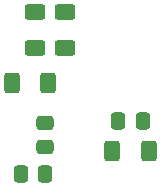
<source format=gbr>
%TF.GenerationSoftware,KiCad,Pcbnew,(6.0.2)*%
%TF.CreationDate,2022-06-08T22:41:36-07:00*%
%TF.ProjectId,TrailAlarm,54726169-6c41-46c6-9172-6d2e6b696361,1*%
%TF.SameCoordinates,Original*%
%TF.FileFunction,Paste,Bot*%
%TF.FilePolarity,Positive*%
%FSLAX46Y46*%
G04 Gerber Fmt 4.6, Leading zero omitted, Abs format (unit mm)*
G04 Created by KiCad (PCBNEW (6.0.2)) date 2022-06-08 22:41:36*
%MOMM*%
%LPD*%
G01*
G04 APERTURE LIST*
G04 Aperture macros list*
%AMRoundRect*
0 Rectangle with rounded corners*
0 $1 Rounding radius*
0 $2 $3 $4 $5 $6 $7 $8 $9 X,Y pos of 4 corners*
0 Add a 4 corners polygon primitive as box body*
4,1,4,$2,$3,$4,$5,$6,$7,$8,$9,$2,$3,0*
0 Add four circle primitives for the rounded corners*
1,1,$1+$1,$2,$3*
1,1,$1+$1,$4,$5*
1,1,$1+$1,$6,$7*
1,1,$1+$1,$8,$9*
0 Add four rect primitives between the rounded corners*
20,1,$1+$1,$2,$3,$4,$5,0*
20,1,$1+$1,$4,$5,$6,$7,0*
20,1,$1+$1,$6,$7,$8,$9,0*
20,1,$1+$1,$8,$9,$2,$3,0*%
G04 Aperture macros list end*
%ADD10RoundRect,0.250000X-0.400000X-0.625000X0.400000X-0.625000X0.400000X0.625000X-0.400000X0.625000X0*%
%ADD11RoundRect,0.250000X-0.475000X0.337500X-0.475000X-0.337500X0.475000X-0.337500X0.475000X0.337500X0*%
%ADD12RoundRect,0.250000X-0.337500X-0.475000X0.337500X-0.475000X0.337500X0.475000X-0.337500X0.475000X0*%
%ADD13RoundRect,0.250000X0.625000X-0.400000X0.625000X0.400000X-0.625000X0.400000X-0.625000X-0.400000X0*%
%ADD14RoundRect,0.250000X-0.625000X0.400000X-0.625000X-0.400000X0.625000X-0.400000X0.625000X0.400000X0*%
G04 APERTURE END LIST*
D10*
%TO.C,R13*%
X134423519Y-128397000D03*
X137523519Y-128397000D03*
%TD*%
D11*
%TO.C,C9*%
X128703759Y-125971759D03*
X128703759Y-128046759D03*
%TD*%
D12*
%TO.C,C8*%
X134936019Y-125857000D03*
X137011019Y-125857000D03*
%TD*%
%TO.C,C10*%
X126681019Y-130302000D03*
X128756019Y-130302000D03*
%TD*%
D10*
%TO.C,R14*%
X125883759Y-122564259D03*
X128983759Y-122564259D03*
%TD*%
D13*
%TO.C,R11*%
X127836259Y-119669259D03*
X127836259Y-116569259D03*
%TD*%
D14*
%TO.C,R12*%
X130376259Y-116569259D03*
X130376259Y-119669259D03*
%TD*%
M02*

</source>
